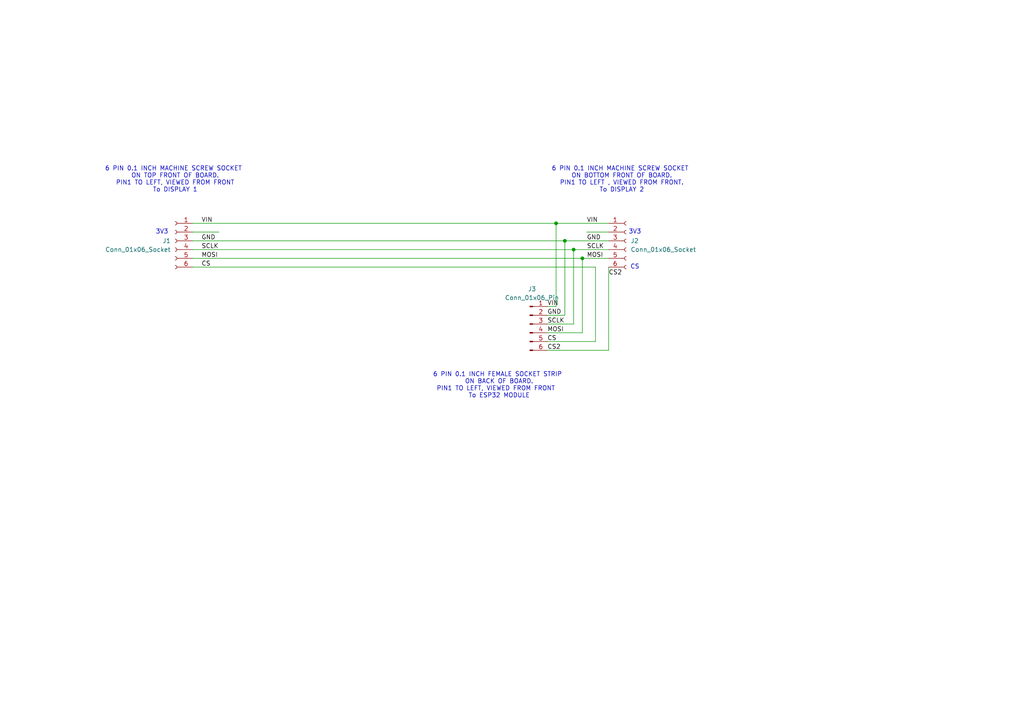
<source format=kicad_sch>
(kicad_sch (version 20250114) (generator "eeschema") (generator_version "9.0")
  (paper "A4")
  (title_block (title "DISPLAY WIRING BOARD for DASHDISPLAY") (date "2025-06-19") (rev "1"))
  (lib_symbols
    (symbol "Connector:Conn_01x06_Pin" (pin_names (offset 1.016) (hide yes))
      (property "Reference" "J" (at 0 7.62 0))
      (property "Value" "Conn_01x06_Pin" (at 0 -10.16 0))
      (symbol "Conn_01x06_Pin_1_1"
        (rectangle (start 0.8636 5.207) (end 0 4.953) (stroke (width 0.1524)) (fill (type outline)))
        (rectangle (start 0.8636 2.667) (end 0 2.413) (stroke (width 0.1524)) (fill (type outline)))
        (rectangle (start 0.8636 0.127) (end 0 -0.127) (stroke (width 0.1524)) (fill (type outline)))
        (rectangle (start 0.8636 -2.413) (end 0 -2.667) (stroke (width 0.1524)) (fill (type outline)))
        (rectangle (start 0.8636 -4.953) (end 0 -5.207) (stroke (width 0.1524)) (fill (type outline)))
        (rectangle (start 0.8636 -7.493) (end 0 -7.747) (stroke (width 0.1524)) (fill (type outline)))
        (polyline (pts (xy 1.27 5.08) (xy 0.8636 5.08)) (stroke (width 0.1524)))
        (polyline (pts (xy 1.27 2.54) (xy 0.8636 2.54)) (stroke (width 0.1524)))
        (polyline (pts (xy 1.27 0) (xy 0.8636 0)) (stroke (width 0.1524)))
        (polyline (pts (xy 1.27 -2.54) (xy 0.8636 -2.54)) (stroke (width 0.1524)))
        (polyline (pts (xy 1.27 -5.08) (xy 0.8636 -5.08)) (stroke (width 0.1524)))
        (polyline (pts (xy 1.27 -7.62) (xy 0.8636 -7.62)) (stroke (width 0.1524)))
        (pin passive line (at 5.08 5.08 180) (length 3.81) (name "Pin_1") (number "1"))
        (pin passive line (at 5.08 2.54 180) (length 3.81) (name "Pin_2") (number "2"))
        (pin passive line (at 5.08 0 180) (length 3.81) (name "Pin_3") (number "3"))
        (pin passive line (at 5.08 -2.54 180) (length 3.81) (name "Pin_4") (number "4"))
        (pin passive line (at 5.08 -5.08 180) (length 3.81) (name "Pin_5") (number "5"))
        (pin passive line (at 5.08 -7.62 180) (length 3.81) (name "Pin_6") (number "6"))
      )
    )
    (symbol "Connector:Conn_01x06_Socket" (pin_names (offset 1.016) (hide yes))
      (property "Reference" "J" (at 0 7.62 0))
      (property "Value" "Conn_01x06_Socket" (at 0 -10.16 0))
      (symbol "Conn_01x06_Socket_1_1"
        (polyline (pts (xy -1.27 5.08) (xy -0.508 5.08)) (stroke (width 0.1524)))
        (polyline (pts (xy -1.27 2.54) (xy -0.508 2.54)) (stroke (width 0.1524)))
        (polyline (pts (xy -1.27 0) (xy -0.508 0)) (stroke (width 0.1524)))
        (polyline (pts (xy -1.27 -2.54) (xy -0.508 -2.54)) (stroke (width 0.1524)))
        (polyline (pts (xy -1.27 -5.08) (xy -0.508 -5.08)) (stroke (width 0.1524)))
        (polyline (pts (xy -1.27 -7.62) (xy -0.508 -7.62)) (stroke (width 0.1524)))
        (arc (start 0 4.572) (mid -0.5058 5.08) (end 0 5.588) (stroke (width 0.1524)))
        (arc (start 0 2.032) (mid -0.5058 2.54) (end 0 3.048) (stroke (width 0.1524)))
        (arc (start 0 -0.508) (mid -0.5058 0) (end 0 0.508) (stroke (width 0.1524)))
        (arc (start 0 -3.048) (mid -0.5058 -2.54) (end 0 -2.032) (stroke (width 0.1524)))
        (arc (start 0 -5.588) (mid -0.5058 -5.08) (end 0 -4.572) (stroke (width 0.1524)))
        (arc (start 0 -8.128) (mid -0.5058 -7.62) (end 0 -7.112) (stroke (width 0.1524)))
        (pin passive line (at -5.08 5.08 0) (length 3.81) (name "Pin_1") (number "1"))
        (pin passive line (at -5.08 2.54 0) (length 3.81) (name "Pin_2") (number "2"))
        (pin passive line (at -5.08 0 0) (length 3.81) (name "Pin_3") (number "3"))
        (pin passive line (at -5.08 -2.54 0) (length 3.81) (name "Pin_4") (number "4"))
        (pin passive line (at -5.08 -5.08 0) (length 3.81) (name "Pin_5") (number "5"))
        (pin passive line (at -5.08 -7.62 0) (length 3.81) (name "Pin_6") (number "6"))
      )
    )
  )
  (text "CS" (at 184.15 77.47 0) (effects (font (size 1.27 1.27))))
  (text "6 PIN 0.1 INCH MACHINE SCREW SOCKET \nON BOTTOM FRONT OF BOARD.\nPIN1 TO LEFT , VIEWED FROM FRONT.\nTo DISPLAY 2" (at 180.34 52.07 0) (effects (font (size 1.27 1.27))))
  (text "6 PIN 0.1 INCH FEMALE SOCKET STRIP \nON BACK OF BOARD.\nPIN1 TO LEFT, VIEWED FROM FRONT  \nTo ESP32 MODULE" (at 144.78 111.76 0) (effects (font (size 1.27 1.27))))
  (text "3V3" (at 184.15 67.31 0) (effects (font (size 1.27 1.27))))
  (text "6 PIN 0.1 INCH MACHINE SCREW SOCKET \nON TOP FRONT OF BOARD.\nPIN1 TO LEFT, VIEWED FROM FRONT\nTo DISPLAY 1" (at 50.8 52.07 0) (effects (font (size 1.27 1.27))))
  (text "3V3" (at 46.99 67.31 0) (effects (font (size 1.27 1.27))))
  (junction (at 163.83 69.85))
  (junction (at 166.37 72.39))
  (junction (at 168.91 74.93))
  (junction (at 161.29 64.77))
  (wire (pts (xy 55.88 69.85) (xy 163.83 69.85)))
  (wire (pts (xy 158.75 88.9) (xy 161.29 88.9)))
  (wire (pts (xy 55.88 64.77) (xy 161.29 64.77)))
  (wire (pts (xy 55.88 74.93) (xy 168.91 74.93)))
  (wire (pts (xy 163.83 69.85) (xy 176.53 69.85)))
  (wire (pts (xy 172.72 99.06) (xy 158.75 99.06)))
  (wire (pts (xy 168.91 96.52) (xy 168.91 74.93)))
  (wire (pts (xy 168.91 74.93) (xy 176.53 74.93)))
  (wire (pts (xy 158.75 91.44) (xy 163.83 91.44)))
  (wire (pts (xy 158.75 96.52) (xy 168.91 96.52)))
  (wire (pts (xy 55.88 72.39) (xy 166.37 72.39)))
  (wire (pts (xy 158.75 93.98) (xy 166.37 93.98)))
  (wire (pts (xy 161.29 64.77) (xy 176.53 64.77)))
  (wire (pts (xy 176.53 101.6) (xy 158.75 101.6)))
  (wire (pts (xy 166.37 72.39) (xy 166.37 93.98)))
  (wire (pts (xy 55.88 67.31) (xy 63.5 67.31)))
  (wire (pts (xy 166.37 72.39) (xy 176.53 72.39)))
  (wire (pts (xy 176.53 77.47) (xy 176.53 101.6)))
  (wire (pts (xy 55.88 77.47) (xy 172.72 77.47)))
  (wire (pts (xy 161.29 64.77) (xy 161.29 88.9)))
  (wire (pts (xy 172.72 77.47) (xy 172.72 99.06)))
  (wire (pts (xy 170.18 67.31) (xy 176.53 67.31)))
  (wire (pts (xy 163.83 69.85) (xy 163.83 91.44)))
  (label "MOSI" (at 58.42 74.93 0))
  (label "GND" (at 170.18 69.85 0))
  (label "VIN" (at 58.42 64.77 0))
  (label "CS" (at 58.42 77.47 0))
  (label "SCLK" (at 158.75 93.98 0))
  (label "SCLK" (at 58.42 72.39 0))
  (label "CS2" (at 158.75 101.6 0))
  (label "GND" (at 58.42 69.85 0))
  (label "MOSI" (at 158.75 96.52 0))
  (label "SCLK" (at 170.18 72.39 0))
  (label "VIN" (at 170.18 64.77 0))
  (label "CS" (at 158.75 99.06 0))
  (label "MOSI" (at 170.18 74.93 0))
  (label "CS2" (at 176.53 80.01 0))
  (label "VIN" (at 158.75 88.9 0))
  (label "GND" (at 158.75 91.44 0))
  (symbol (lib_id "Connector:Conn_01x06_Socket") (at 50.8 69.85 0) (mirror y) (unit 1)
    (property "Reference" "J1" (at 49.53 69.8499 0) (effects (justify left)))
    (property "Value" "Conn_01x06_Socket" (at 49.53 72.3899 0) (effects (justify left)))
    (property "Description" "Generic connector, single row, 01x06, script generated" (effects (hide yes)))
  )
  (symbol (lib_id "Connector:Conn_01x06_Socket") (at 181.61 69.85 0) (unit 1)
    (property "Reference" "J2" (at 182.88 69.8499 0) (effects (justify left)))
    (property "Value" "Conn_01x06_Socket" (at 182.88 72.3899 0) (effects (justify left)))
    (property "Description" "Generic connector, single row, 01x06, script generated" (effects (hide yes)))
  )
  (symbol (lib_id "Connector:Conn_01x06_Pin") (at 153.67 93.98 0) (unit 1)
    (property "Reference" "J3" (at 154.305 83.82 0))
    (property "Value" "Conn_01x06_Pin" (at 154.305 86.36 0))
    (property "Description" "Generic connector, single row, 01x06, script generated" (effects (hide yes)))
  )
)
</source>
